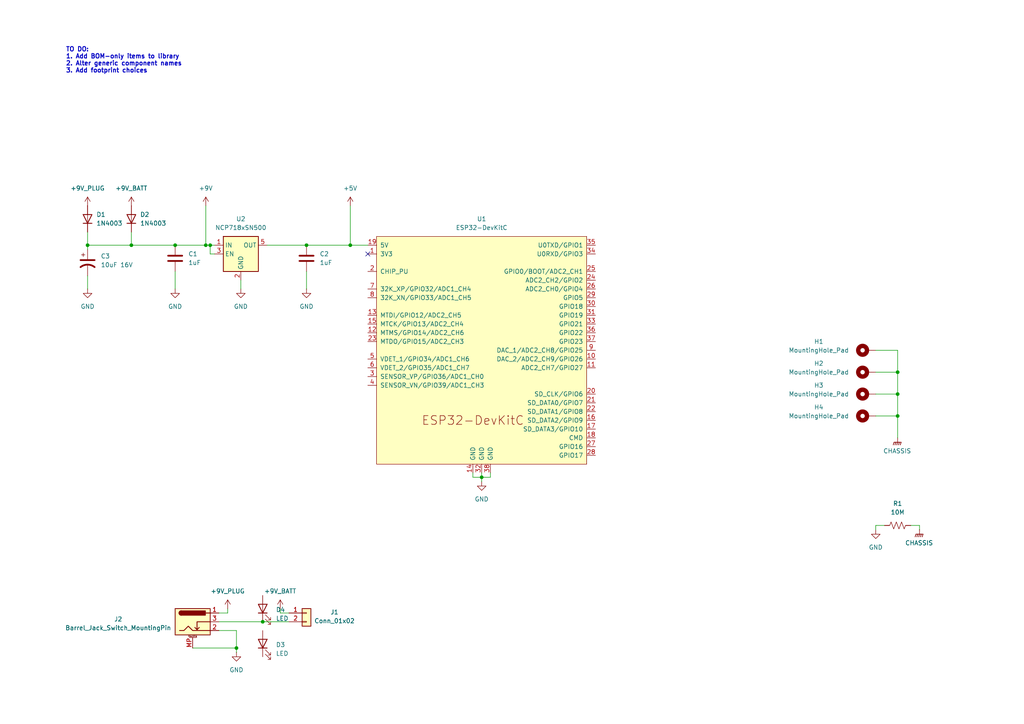
<source format=kicad_sch>
(kicad_sch (version 20231120) (generator "eeschema") (generator_version "8.0")
  (paper "A4")
  (lib_symbols
    (symbol "Connector:Barrel_Jack_Switch_MountingPin" (pin_names hide)
      (property "Reference" "J" (at 0 5.334 0))
      (property "Value" "Barrel_Jack_Switch_MountingPin" (at 1.27 -6.35 0))
      (symbol "Barrel_Jack_Switch_MountingPin_0_1"
        (rectangle (start -5.08 3.81) (end 5.08 -3.81) (stroke (width 0.254)) (fill (type background)))
        (arc (start -3.302 3.175) (mid -3.9343 2.54) (end -3.302 1.905) (stroke (width 0.254)))
        (arc (start -3.302 3.175) (mid -3.9343 2.54) (end -3.302 1.905) (stroke (width 0.254)) (fill (type outline)))
        (polyline (pts (xy 1.27 -2.286) (xy 1.905 -1.651)) (stroke (width 0.254)))
        (polyline (pts (xy 5.08 2.54) (xy 3.81 2.54)) (stroke (width 0.254)))
        (polyline (pts (xy 5.08 0) (xy 1.27 0) (xy 1.27 -2.286) (xy 0.635 -1.651)) (stroke (width 0.254)))
        (polyline (pts (xy -3.81 -2.54) (xy -2.54 -2.54) (xy -1.27 -1.27) (xy 0 -2.54) (xy 2.54 -2.54) (xy 5.08 -2.54)) (stroke (width 0.254)))
        (rectangle (start 3.683 3.175) (end -3.302 1.905) (stroke (width 0.254)) (fill (type outline)))
      )
      (symbol "Barrel_Jack_Switch_MountingPin_1_1"
        (polyline (pts (xy -1.016 -4.572) (xy 1.016 -4.572)) (stroke (width 0.1524)))
        (text "Mounting" (at 0 -4.191 0) (effects (font (size 0.381 0.381))))
        (pin passive line (at 7.62 2.54 180) (length 2.54) (name "~") (number "1"))
        (pin passive line (at 7.62 -2.54 180) (length 2.54) (name "~") (number "2"))
        (pin passive line (at 7.62 0 180) (length 2.54) (name "~") (number "3"))
        (pin passive line (at 0 -7.62 90) (length 3.048) (name "MountPin") (number "MP"))
      )
    )
    (symbol "Connector_Generic:Conn_01x02" (pin_names (offset 1.016) hide)
      (property "Reference" "J" (at 0 2.54 0))
      (property "Value" "Conn_01x02" (at 0 -5.08 0))
      (symbol "Conn_01x02_1_1"
        (rectangle (start -1.27 -2.413) (end 0 -2.667) (stroke (width 0.1524)))
        (rectangle (start -1.27 0.127) (end 0 -0.127) (stroke (width 0.1524)))
        (rectangle (start -1.27 1.27) (end 1.27 -3.81) (stroke (width 0.254)) (fill (type background)))
        (pin passive line (at -5.08 0 0) (length 3.81) (name "Pin_1") (number "1"))
        (pin passive line (at -5.08 -2.54 0) (length 3.81) (name "Pin_2") (number "2"))
      )
    )
    (symbol "Device:C" (pin_numbers hide) (pin_names (offset 0.254))
      (property "Reference" "C" (at 0.635 2.54 0))
      (property "Value" "C" (at 0.635 -2.54 0))
      (symbol "C_0_1"
        (polyline (pts (xy -2.032 -0.762) (xy 2.032 -0.762)) (stroke (width 0.508)))
        (polyline (pts (xy -2.032 0.762) (xy 2.032 0.762)) (stroke (width 0.508)))
      )
      (symbol "C_1_1"
        (pin passive line (at 0 3.81 270) (length 2.794) (name "~") (number "1"))
        (pin passive line (at 0 -3.81 90) (length 2.794) (name "~") (number "2"))
      )
    )
    (symbol "Device:C_Polarized_US" (pin_numbers hide) (pin_names (offset 0.254) hide)
      (property "Reference" "C" (at 0.635 2.54 0))
      (property "Value" "C_Polarized_US" (at 0.635 -2.54 0))
      (symbol "C_Polarized_US_0_1"
        (polyline (pts (xy -2.032 0.762) (xy 2.032 0.762)) (stroke (width 0.508)))
        (polyline (pts (xy -1.778 2.286) (xy -0.762 2.286)))
        (polyline (pts (xy -1.27 1.778) (xy -1.27 2.794)))
        (arc (start 2.032 -1.27) (mid 0 -0.5572) (end -2.032 -1.27) (stroke (width 0.508)))
      )
      (symbol "C_Polarized_US_1_1"
        (pin passive line (at 0 3.81 270) (length 2.794) (name "~") (number "1"))
        (pin passive line (at 0 -3.81 90) (length 3.302) (name "~") (number "2"))
      )
    )
    (symbol "Device:LED" (pin_numbers hide) (pin_names (offset 1.016) hide)
      (property "Reference" "D" (at 0 2.54 0))
      (property "Value" "LED" (at 0 -2.54 0))
      (symbol "LED_0_1"
        (polyline (pts (xy -1.27 -1.27) (xy -1.27 1.27)) (stroke (width 0.254)))
        (polyline (pts (xy -1.27 0) (xy 1.27 0)))
        (polyline (pts (xy 1.27 -1.27) (xy 1.27 1.27) (xy -1.27 0) (xy 1.27 -1.27)) (stroke (width 0.254)))
        (polyline (pts (xy -3.048 -0.762) (xy -4.572 -2.286) (xy -3.81 -2.286) (xy -4.572 -2.286) (xy -4.572 -1.524)))
        (polyline (pts (xy -1.778 -0.762) (xy -3.302 -2.286) (xy -2.54 -2.286) (xy -3.302 -2.286) (xy -3.302 -1.524)))
      )
      (symbol "LED_1_1"
        (pin passive line (at -3.81 0 0) (length 2.54) (name "K") (number "1"))
        (pin passive line (at 3.81 0 180) (length 2.54) (name "A") (number "2"))
      )
    )
    (symbol "Device:R_US" (pin_numbers hide) (pin_names (offset 0))
      (property "Reference" "R" (at 2.54 0 90))
      (property "Value" "R_US" (at -2.54 0 90))
      (symbol "R_US_0_1"
        (polyline (pts (xy 0 -2.286) (xy 0 -2.54)))
        (polyline (pts (xy 0 2.286) (xy 0 2.54)))
        (polyline (pts (xy 0 -0.762) (xy 1.016 -1.143) (xy 0 -1.524) (xy -1.016 -1.905) (xy 0 -2.286)))
        (polyline (pts (xy 0 0.762) (xy 1.016 0.381) (xy 0 0) (xy -1.016 -0.381) (xy 0 -0.762)))
        (polyline (pts (xy 0 2.286) (xy 1.016 1.905) (xy 0 1.524) (xy -1.016 1.143) (xy 0 0.762)))
      )
      (symbol "R_US_1_1"
        (pin passive line (at 0 3.81 270) (length 1.27) (name "~") (number "1"))
        (pin passive line (at 0 -3.81 90) (length 1.27) (name "~") (number "2"))
      )
    )
    (symbol "Diode:1N4003" (pin_numbers hide) (pin_names hide)
      (property "Reference" "D" (at 0 2.54 0))
      (property "Value" "1N4003" (at 0 -2.54 0))
      (symbol "1N4003_0_1"
        (polyline (pts (xy -1.27 1.27) (xy -1.27 -1.27)) (stroke (width 0.254)))
        (polyline (pts (xy 1.27 0) (xy -1.27 0)))
        (polyline (pts (xy 1.27 1.27) (xy 1.27 -1.27) (xy -1.27 0) (xy 1.27 1.27)) (stroke (width 0.254)))
      )
      (symbol "1N4003_1_1"
        (pin passive line (at -3.81 0 0) (length 2.54) (name "K") (number "1"))
        (pin passive line (at 3.81 0 180) (length 2.54) (name "A") (number "2"))
      )
    )
    (symbol "Mechanical:MountingHole_Pad" (pin_numbers hide) (pin_names (offset 1.016) hide) (exclude_from_sim yes) (in_bom no)
      (property "Reference" "H" (at 0 6.35 0))
      (property "Value" "MountingHole_Pad" (at 0 4.445 0))
      (symbol "MountingHole_Pad_0_1"
        (circle (center 0 1.27) (radius 1.27) (stroke (width 1.27)))
      )
      (symbol "MountingHole_Pad_1_1"
        (pin input line (at 0 -2.54 90) (length 2.54) (name "1") (number "1"))
      )
    )
    (symbol "PCM_Espressif:ESP32-DevKitC" (pin_names (offset 1.016))
      (property "Reference" "U" (at -30.48 38.1 0))
      (property "Value" "ESP32-DevKitC" (at -30.48 35.56 0))
      (symbol "ESP32-DevKitC_0_0"
        (text "ESP32-DevKitC" (at -2.54 -20.32 0) (effects (font (size 2.54 2.54))))
        (pin power_in line (at -33.02 30.48 0) (length 2.54) (name "5V") (number "19"))
      )
      (symbol "ESP32-DevKitC_0_1"
        (rectangle (start -30.48 33.02) (end 30.48 -33.02) (fill (type background)))
      )
      (symbol "ESP32-DevKitC_1_0"
        (pin passive line (at -2.54 -35.56 90) (length 2.54) (name "GND") (number "14"))
      )
      (symbol "ESP32-DevKitC_1_1"
        (pin power_in line (at -33.02 27.94 0) (length 2.54) (name "3V3") (number "1"))
        (pin bidirectional line (at 33.02 -2.54 180) (length 2.54) (name "DAC_2/ADC2_CH9/GPIO26") (number "10"))
        (pin bidirectional line (at 33.02 -5.08 180) (length 2.54) (name "ADC2_CH7/GPIO27") (number "11"))
        (pin bidirectional line (at -33.02 5.08 0) (length 2.54) (name "MTMS/GPIO14/ADC2_CH6") (number "12"))
        (pin bidirectional line (at -33.02 10.16 0) (length 2.54) (name "MTDI/GPIO12/ADC2_CH5") (number "13"))
        (pin bidirectional line (at -33.02 7.62 0) (length 2.54) (name "MTCK/GPIO13/ADC2_CH4") (number "15"))
        (pin bidirectional line (at 33.02 -20.32 180) (length 2.54) (name "SD_DATA2/GPIO9") (number "16"))
        (pin bidirectional line (at 33.02 -22.86 180) (length 2.54) (name "SD_DATA3/GPIO10") (number "17"))
        (pin bidirectional line (at 33.02 -25.4 180) (length 2.54) (name "CMD") (number "18"))
        (pin input line (at -33.02 22.86 0) (length 2.54) (name "CHIP_PU") (number "2"))
        (pin bidirectional line (at 33.02 -12.7 180) (length 2.54) (name "SD_CLK/GPIO6") (number "20"))
        (pin bidirectional line (at 33.02 -15.24 180) (length 2.54) (name "SD_DATA0/GPIO7") (number "21"))
        (pin bidirectional line (at 33.02 -17.78 180) (length 2.54) (name "SD_DATA1/GPIO8") (number "22"))
        (pin bidirectional line (at -33.02 2.54 0) (length 2.54) (name "MTDO/GPIO15/ADC2_CH3") (number "23"))
        (pin bidirectional line (at 33.02 20.32 180) (length 2.54) (name "ADC2_CH2/GPIO2") (number "24"))
        (pin bidirectional line (at 33.02 22.86 180) (length 2.54) (name "GPIO0/BOOT/ADC2_CH1") (number "25"))
        (pin bidirectional line (at 33.02 17.78 180) (length 2.54) (name "ADC2_CH0/GPIO4") (number "26"))
        (pin bidirectional line (at 33.02 -27.94 180) (length 2.54) (name "GPIO16") (number "27"))
        (pin bidirectional line (at 33.02 -30.48 180) (length 2.54) (name "GPIO17") (number "28"))
        (pin bidirectional line (at 33.02 15.24 180) (length 2.54) (name "GPIO5") (number "29"))
        (pin input line (at -33.02 -7.62 0) (length 2.54) (name "SENSOR_VP/GPIO36/ADC1_CH0") (number "3"))
        (pin bidirectional line (at 33.02 12.7 180) (length 2.54) (name "GPIO18") (number "30"))
        (pin bidirectional line (at 33.02 10.16 180) (length 2.54) (name "GPIO19") (number "31"))
        (pin passive line (at 0 -35.56 90) (length 2.54) (name "GND") (number "32"))
        (pin bidirectional line (at 33.02 7.62 180) (length 2.54) (name "GPIO21") (number "33"))
        (pin bidirectional line (at 33.02 27.94 180) (length 2.54) (name "U0RXD/GPIO3") (number "34"))
        (pin bidirectional line (at 33.02 30.48 180) (length 2.54) (name "U0TXD/GPIO1") (number "35"))
        (pin bidirectional line (at 33.02 5.08 180) (length 2.54) (name "GPIO22") (number "36"))
        (pin bidirectional line (at 33.02 2.54 180) (length 2.54) (name "GPIO23") (number "37"))
        (pin passive line (at 2.54 -35.56 90) (length 2.54) (name "GND") (number "38"))
        (pin input line (at -33.02 -10.16 0) (length 2.54) (name "SENSOR_VN/GPIO39/ADC1_CH3") (number "4"))
        (pin input line (at -33.02 -2.54 0) (length 2.54) (name "VDET_1/GPIO34/ADC1_CH6") (number "5"))
        (pin input line (at -33.02 -5.08 0) (length 2.54) (name "VDET_2/GPIO35/ADC1_CH7") (number "6"))
        (pin bidirectional line (at -33.02 17.78 0) (length 2.54) (name "32K_XP/GPIO32/ADC1_CH4") (number "7"))
        (pin bidirectional line (at -33.02 15.24 0) (length 2.54) (name "32K_XN/GPIO33/ADC1_CH5") (number "8"))
        (pin bidirectional line (at 33.02 0 180) (length 2.54) (name "DAC_1/ADC2_CH8/GPIO25") (number "9"))
      )
    )
    (symbol "Regulator_Linear:NCP718xSN500"
      (property "Reference" "U" (at -3.81 6.35 0))
      (property "Value" "NCP718xSN500" (at 6.35 6.35 0))
      (symbol "NCP718xSN500_0_1"
        (rectangle (start -5.08 -5.08) (end 5.08 5.08) (stroke (width 0.254)) (fill (type background)))
        (pin power_in line (at -7.62 2.54 0) (length 2.54) (name "IN") (number "1"))
        (pin power_in line (at 0 -7.62 90) (length 2.54) (name "GND") (number "2"))
        (pin input line (at -7.62 0 0) (length 2.54) (name "EN") (number "3"))
        (pin no_connect line (at 5.08 0 180) (length 2.54) hide (name "NC") (number "4"))
        (pin power_out line (at 7.62 2.54 180) (length 2.54) (name "OUT") (number "5"))
      )
    )
    (symbol "power:+5V" (power) (pin_numbers hide) (pin_names (offset 0) hide)
      (property "Value" "+5V" (at 0 3.556 0))
      (symbol "+5V_0_1"
        (polyline (pts (xy -0.762 1.27) (xy 0 2.54)))
        (polyline (pts (xy 0 0) (xy 0 2.54)))
        (polyline (pts (xy 0 2.54) (xy 0.762 1.27)))
      )
      (symbol "+5V_1_1"
        (pin power_in line (at 0 0 90) (length 0) (name "~") (number "1"))
      )
    )
    (symbol "power:+9V" (power) (pin_numbers hide) (pin_names (offset 0) hide)
      (property "Value" "+9V" (at 0 3.556 0))
      (symbol "+9V_0_1"
        (polyline (pts (xy -0.762 1.27) (xy 0 2.54)))
        (polyline (pts (xy 0 0) (xy 0 2.54)))
        (polyline (pts (xy 0 2.54) (xy 0.762 1.27)))
      )
      (symbol "+9V_1_1"
        (pin power_in line (at 0 0 90) (length 0) (name "~") (number "1"))
      )
    )
    (symbol "power:GND" (power) (pin_numbers hide) (pin_names (offset 0) hide)
      (property "Value" "GND" (at 0 -3.81 0))
      (symbol "GND_0_1"
        (polyline (pts (xy 0 0) (xy 0 -1.27) (xy 1.27 -1.27) (xy 0 -2.54) (xy -1.27 -1.27) (xy 0 -1.27)))
      )
      (symbol "GND_1_1"
        (pin power_in line (at 0 0 270) (length 0) (name "~") (number "1"))
      )
    )
    (symbol "power:GNDPWR" (power) (pin_numbers hide) (pin_names (offset 0) hide)
      (property "Value" "GNDPWR" (at 0 -3.302 0))
      (symbol "GNDPWR_0_1"
        (polyline (pts (xy 0 -1.27) (xy 0 0)))
        (polyline (pts (xy -1.016 -1.27) (xy -1.27 -2.032) (xy -1.27 -2.032)) (stroke (width 0.2032)))
        (polyline (pts (xy -0.508 -1.27) (xy -0.762 -2.032) (xy -0.762 -2.032)) (stroke (width 0.2032)))
        (polyline (pts (xy 0 -1.27) (xy -0.254 -2.032) (xy -0.254 -2.032)) (stroke (width 0.2032)))
        (polyline (pts (xy 0.508 -1.27) (xy 0.254 -2.032) (xy 0.254 -2.032)) (stroke (width 0.2032)))
        (polyline (pts (xy 1.016 -1.27) (xy -1.016 -1.27) (xy -1.016 -1.27)) (stroke (width 0.2032)))
        (polyline (pts (xy 1.016 -1.27) (xy 0.762 -2.032) (xy 0.762 -2.032) (xy 0.762 -2.032)) (stroke (width 0.2032)))
      )
      (symbol "GNDPWR_1_1"
        (pin power_in line (at 0 0 270) (length 0) (name "~") (number "1"))
      )
    )
  )
  (junction (at 68.58 187.96))
  (junction (at 50.8 71.12))
  (junction (at 38.1 71.12))
  (junction (at 260.35 114.3))
  (junction (at 88.9 71.12))
  (junction (at 260.35 107.95))
  (junction (at 101.6 71.12))
  (junction (at 76.2 180.34))
  (junction (at 59.69 71.12))
  (junction (at 60.96 71.12))
  (junction (at 260.35 120.65))
  (junction (at 25.4 71.12))
  (junction (at 139.7 138.43))
  (no_connect (at 106.68 73.66))
  (wire (pts (xy 260.35 114.3) (xy 260.35 120.65)))
  (wire (pts (xy 139.7 138.43) (xy 139.7 137.16)))
  (wire (pts (xy 88.9 78.74) (xy 88.9 83.82)))
  (wire (pts (xy 256.54 152.4) (xy 254 152.4)))
  (wire (pts (xy 101.6 71.12) (xy 106.68 71.12)))
  (wire (pts (xy 77.47 71.12) (xy 88.9 71.12)))
  (wire (pts (xy 81.28 177.8) (xy 81.28 176.53)))
  (wire (pts (xy 68.58 182.88) (xy 63.5 182.88)))
  (wire (pts (xy 83.82 177.8) (xy 81.28 177.8)))
  (wire (pts (xy 139.7 138.43) (xy 142.24 138.43)))
  (wire (pts (xy 59.69 71.12) (xy 60.96 71.12)))
  (wire (pts (xy 38.1 71.12) (xy 50.8 71.12)))
  (wire (pts (xy 60.96 71.12) (xy 62.23 71.12)))
  (wire (pts (xy 55.88 187.96) (xy 68.58 187.96)))
  (wire (pts (xy 260.35 107.95) (xy 260.35 114.3)))
  (wire (pts (xy 137.16 138.43) (xy 139.7 138.43)))
  (wire (pts (xy 59.69 59.69) (xy 59.69 71.12)))
  (wire (pts (xy 62.23 73.66) (xy 60.96 73.66)))
  (wire (pts (xy 50.8 71.12) (xy 59.69 71.12)))
  (wire (pts (xy 88.9 71.12) (xy 101.6 71.12)))
  (wire (pts (xy 260.35 101.6) (xy 260.35 107.95)))
  (wire (pts (xy 260.35 120.65) (xy 260.35 127)))
  (wire (pts (xy 50.8 78.74) (xy 50.8 83.82)))
  (wire (pts (xy 101.6 59.69) (xy 101.6 71.12)))
  (wire (pts (xy 266.7 152.4) (xy 266.7 153.67)))
  (wire (pts (xy 142.24 138.43) (xy 142.24 137.16)))
  (wire (pts (xy 68.58 187.96) (xy 68.58 189.23)))
  (wire (pts (xy 137.16 138.43) (xy 137.16 137.16)))
  (wire (pts (xy 66.04 176.53) (xy 66.04 177.8)))
  (wire (pts (xy 139.7 138.43) (xy 139.7 139.7)))
  (wire (pts (xy 25.4 67.31) (xy 25.4 71.12)))
  (wire (pts (xy 264.16 152.4) (xy 266.7 152.4)))
  (wire (pts (xy 76.2 180.34) (xy 83.82 180.34)))
  (wire (pts (xy 260.35 114.3) (xy 254 114.3)))
  (wire (pts (xy 38.1 67.31) (xy 38.1 71.12)))
  (wire (pts (xy 63.5 180.34) (xy 76.2 180.34)))
  (wire (pts (xy 60.96 71.12) (xy 60.96 73.66)))
  (wire (pts (xy 260.35 120.65) (xy 254 120.65)))
  (wire (pts (xy 69.85 81.28) (xy 69.85 83.82)))
  (wire (pts (xy 66.04 177.8) (xy 63.5 177.8)))
  (wire (pts (xy 254 152.4) (xy 254 153.67)))
  (wire (pts (xy 25.4 80.01) (xy 25.4 83.82)))
  (wire (pts (xy 260.35 101.6) (xy 254 101.6)))
  (wire (pts (xy 25.4 71.12) (xy 38.1 71.12)))
  (wire (pts (xy 25.4 71.12) (xy 25.4 72.39)))
  (wire (pts (xy 260.35 107.95) (xy 254 107.95)))
  (wire (pts (xy 68.58 187.96) (xy 68.58 182.88)))
  (text "TO DO:\n1. Add BOM-only items to library\n2. Alter generic component names\n3. Add footprint choices" (at 19.05 17.526 0) (effects (font (size 1.27 1.27) (thickness 0.254) (bold yes)) (justify left)))
  (symbol (lib_id "Device:C_Polarized_US") (at 25.4 76.2 0) (unit 1)
    (property "Reference" "C3" (at 29.21 74.2949 0) (effects (justify left)))
    (property "Value" "10uF 16V" (at 29.21 76.8349 0) (effects (justify left)))
    (property "Description" "Polarized capacitor, US symbol" (effects (hide yes)))
  )
  (symbol (lib_id "power:GND") (at 254 153.67 0) (unit 1)
    (property "Reference" "#PWR015" (effects (hide yes)))
    (property "Value" "GND" (at 254 158.75 0))
    (property "Description" "Power symbol creates a global label with name \"GND\" , ground" (effects (hide yes)))
  )
  (symbol (lib_id "PCM_Espressif:ESP32-DevKitC") (at 139.7 101.6 0) (unit 1)
    (property "Reference" "U1" (at 139.7 63.5 0))
    (property "Value" "ESP32-DevKitC" (at 139.7 66.04 0))
    (property "Footprint" "PCM_Espressif:ESP32-DevKitC" (effects (hide yes)))
    (property "Datasheet" "https://docs.espressif.com/projects/esp-idf/zh_CN/latest/esp32/hw-reference/esp32/get-started-devkitc.html" (effects (hide yes)))
    (property "Description" "Development Kit" (effects (hide yes)))
  )
  (symbol (lib_id "Mechanical:MountingHole_Pad") (at 251.46 101.6 90) (unit 1) (exclude_from_sim yes) (in_bom no)
    (property "Reference" "H1" (at 237.49 99.06 90))
    (property "Value" "MountingHole_Pad" (at 237.49 101.6 90))
    (property "Description" "Mounting Hole with connection" (effects (hide yes)))
  )
  (symbol (lib_id "Device:C") (at 88.9 74.93 0) (unit 1)
    (property "Reference" "C2" (at 92.71 73.6599 0) (effects (justify left)))
    (property "Value" "1uF" (at 92.71 76.1999 0) (effects (justify left)))
    (property "Description" "Unpolarized capacitor" (effects (hide yes)))
  )
  (symbol (lib_id "Mechanical:MountingHole_Pad") (at 251.46 114.3 90) (unit 1) (exclude_from_sim yes) (in_bom no)
    (property "Reference" "H3" (at 237.49 111.76 90))
    (property "Value" "MountingHole_Pad" (at 237.49 114.3 90))
    (property "Description" "Mounting Hole with connection" (effects (hide yes)))
  )
  (symbol (lib_id "Mechanical:MountingHole_Pad") (at 251.46 120.65 90) (unit 1) (exclude_from_sim yes) (in_bom no)
    (property "Reference" "H4" (at 237.49 118.11 90))
    (property "Value" "MountingHole_Pad" (at 237.49 120.65 90))
    (property "Description" "Mounting Hole with connection" (effects (hide yes)))
  )
  (symbol (lib_id "Diode:1N4003") (at 25.4 63.5 90) (unit 1)
    (property "Reference" "D1" (at 27.94 62.2299 90) (effects (justify right)))
    (property "Value" "1N4003" (at 27.94 64.7699 90) (effects (justify right)))
    (property "Footprint" "Diode_THT:D_DO-41_SOD81_P10.16mm_Horizontal" (effects (hide yes)))
    (property "Datasheet" "http://www.vishay.com/docs/88503/1n4001.pdf" (effects (hide yes)))
    (property "Description" "200V 1A General Purpose Rectifier Diode, DO-41" (effects (hide yes)))
    (property "Sim.Device" "D" (effects (hide yes)))
    (property "Sim.Pins" "1=K 2=A" (effects (hide yes)))
  )
  (symbol (lib_id "Connector:Barrel_Jack_Switch_MountingPin") (at 55.88 180.34 0) (unit 1)
    (property "Reference" "J2" (at 34.29 179.578 0))
    (property "Value" "Barrel_Jack_Switch_MountingPin" (at 34.29 182.118 0))
    (property "Description" "DC Barrel Jack with an internal switch and a mounting pin" (effects (hide yes)))
  )
  (symbol (lib_id "Device:R_US") (at 260.35 152.4 90) (unit 1)
    (property "Reference" "R1" (at 260.35 146.05 90))
    (property "Value" "10M" (at 260.35 148.59 90))
    (property "Description" "Resistor, US symbol" (effects (hide yes)))
  )
  (symbol (lib_id "power:+9V") (at 25.4 59.69 0) (unit 1)
    (property "Reference" "#PWR03" (effects (hide yes)))
    (property "Value" "+9V_PLUG" (at 25.4 54.61 0))
    (property "Description" "Power symbol creates a global label with name \"+9V\"" (effects (hide yes)))
  )
  (symbol (lib_id "power:GNDPWR") (at 260.35 127 0) (unit 1)
    (property "Reference" "#PWR013" (effects (hide yes)))
    (property "Value" "CHASSIS" (at 260.223 130.81 0))
    (property "Description" "Power symbol creates a global label with name \"GNDPWR\" , global ground" (effects (hide yes)))
  )
  (symbol (lib_id "Device:LED") (at 76.2 176.53 90) (unit 1)
    (property "Reference" "D4" (at 80.01 176.8474 90) (effects (justify right)))
    (property "Value" "LED" (at 80.01 179.3874 90) (effects (justify right)))
    (property "Description" "Light emitting diode" (effects (hide yes)))
  )
  (symbol (lib_id "Diode:1N4003") (at 38.1 63.5 90) (unit 1)
    (property "Reference" "D2" (at 40.64 62.2299 90) (effects (justify right)))
    (property "Value" "1N4003" (at 40.64 64.7699 90) (effects (justify right)))
    (property "Footprint" "Diode_THT:D_DO-41_SOD81_P10.16mm_Horizontal" (effects (hide yes)))
    (property "Datasheet" "http://www.vishay.com/docs/88503/1n4001.pdf" (effects (hide yes)))
    (property "Description" "200V 1A General Purpose Rectifier Diode, DO-41" (effects (hide yes)))
    (property "Sim.Device" "D" (effects (hide yes)))
    (property "Sim.Pins" "1=K 2=A" (effects (hide yes)))
  )
  (symbol (lib_id "power:GND") (at 50.8 83.82 0) (unit 1)
    (property "Reference" "#PWR08" (effects (hide yes)))
    (property "Value" "GND" (at 50.8 88.9 0))
    (property "Description" "Power symbol creates a global label with name \"GND\" , ground" (effects (hide yes)))
  )
  (symbol (lib_id "power:GND") (at 25.4 83.82 0) (unit 1)
    (property "Reference" "#PWR012" (effects (hide yes)))
    (property "Value" "GND" (at 25.4 88.9 0))
    (property "Description" "Power symbol creates a global label with name \"GND\" , ground" (effects (hide yes)))
  )
  (symbol (lib_id "power:GND") (at 68.58 189.23 0) (unit 1)
    (property "Reference" "#PWR04" (effects (hide yes)))
    (property "Value" "GND" (at 68.58 194.31 0))
    (property "Description" "Power symbol creates a global label with name \"GND\" , ground" (effects (hide yes)))
  )
  (symbol (lib_id "Regulator_Linear:NCP718xSN500") (at 69.85 73.66 0) (unit 1)
    (property "Reference" "U2" (at 69.85 63.5 0))
    (property "Value" "NCP718xSN500" (at 69.85 66.04 0))
    (property "Footprint" "Package_TO_SOT_SMD:SOT-23-5" (effects (hide yes)))
    (property "Datasheet" "https://www.onsemi.com/pub/Collateral/NCP718-D.PDF" (effects (hide yes)))
    (property "Description" "300-mA, Wide Input Voltage, Low-IQ LDO, 5.0V, SOT-23" (effects (hide yes)))
  )
  (symbol (lib_id "power:GNDPWR") (at 266.7 153.67 0) (unit 1)
    (property "Reference" "#PWR014" (effects (hide yes)))
    (property "Value" "CHASSIS" (at 266.573 157.48 0))
    (property "Description" "Power symbol creates a global label with name \"GNDPWR\" , global ground" (effects (hide yes)))
  )
  (symbol (lib_id "power:GND") (at 69.85 83.82 0) (unit 1)
    (property "Reference" "#PWR09" (effects (hide yes)))
    (property "Value" "GND" (at 69.85 88.9 0))
    (property "Description" "Power symbol creates a global label with name \"GND\" , ground" (effects (hide yes)))
  )
  (symbol (lib_id "Connector_Generic:Conn_01x02") (at 88.9 177.8 0) (unit 1)
    (property "Reference" "J1" (at 97.028 177.546 0))
    (property "Value" "Conn_01x02" (at 97.028 180.086 0))
    (property "Description" "Generic connector, single row, 01x02, script generated (kicad-library-utils/schlib/autogen/connector/)" (effects (hide yes)))
  )
  (symbol (lib_id "power:GND") (at 139.7 139.7 0) (unit 1)
    (property "Reference" "#PWR01" (effects (hide yes)))
    (property "Value" "GND" (at 139.7 144.78 0))
    (property "Description" "Power symbol creates a global label with name \"GND\" , ground" (effects (hide yes)))
  )
  (symbol (lib_id "power:+9V") (at 38.1 59.69 0) (unit 1)
    (property "Reference" "#PWR06" (effects (hide yes)))
    (property "Value" "+9V_BATT" (at 38.1 54.61 0))
    (property "Description" "Power symbol creates a global label with name \"+9V\"" (effects (hide yes)))
  )
  (symbol (lib_id "power:+9V") (at 59.69 59.69 0) (unit 1)
    (property "Reference" "#PWR011" (effects (hide yes)))
    (property "Value" "+9V" (at 59.69 54.61 0))
    (property "Description" "Power symbol creates a global label with name \"+9V\"" (effects (hide yes)))
  )
  (symbol (lib_id "power:+9V") (at 81.28 176.53 0) (unit 1)
    (property "Reference" "#PWR02" (effects (hide yes)))
    (property "Value" "+9V_BATT" (at 81.28 171.45 0))
    (property "Description" "Power symbol creates a global label with name \"+9V\"" (effects (hide yes)))
  )
  (symbol (lib_id "Device:C") (at 50.8 74.93 0) (unit 1)
    (property "Reference" "C1" (at 54.61 73.6599 0) (effects (justify left)))
    (property "Value" "1uF" (at 54.61 76.1999 0) (effects (justify left)))
    (property "Description" "Unpolarized capacitor" (effects (hide yes)))
  )
  (symbol (lib_id "Device:LED") (at 76.2 186.69 90) (unit 1)
    (property "Reference" "D3" (at 80.01 187.0074 90) (effects (justify right)))
    (property "Value" "LED" (at 80.01 189.5474 90) (effects (justify right)))
    (property "Description" "Light emitting diode" (effects (hide yes)))
  )
  (symbol (lib_id "power:+5V") (at 101.6 59.69 0) (unit 1)
    (property "Reference" "#PWR07" (effects (hide yes)))
    (property "Value" "+5V" (at 101.6 54.61 0))
    (property "Description" "Power symbol creates a global label with name \"+5V\"" (effects (hide yes)))
  )
  (symbol (lib_id "power:GND") (at 88.9 83.82 0) (unit 1)
    (property "Reference" "#PWR010" (effects (hide yes)))
    (property "Value" "GND" (at 88.9 88.9 0))
    (property "Description" "Power symbol creates a global label with name \"GND\" , ground" (effects (hide yes)))
  )
  (symbol (lib_id "power:+9V") (at 66.04 176.53 0) (unit 1)
    (property "Reference" "#PWR05" (effects (hide yes)))
    (property "Value" "+9V_PLUG" (at 66.04 171.45 0))
    (property "Description" "Power symbol creates a global label with name \"+9V\"" (effects (hide yes)))
  )
  (symbol (lib_id "Mechanical:MountingHole_Pad") (at 251.46 107.95 90) (unit 1) (exclude_from_sim yes) (in_bom no)
    (property "Reference" "H2" (at 237.49 105.41 90))
    (property "Value" "MountingHole_Pad" (at 237.49 107.95 90))
    (property "Description" "Mounting Hole with connection" (effects (hide yes)))
  )
)
</source>
